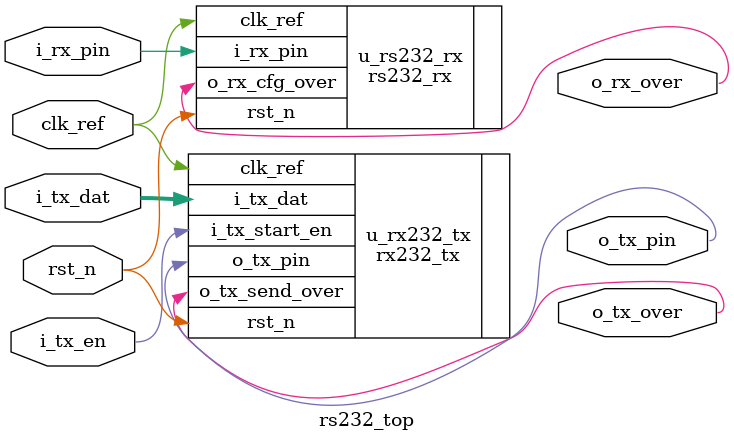
<source format=v>
`timescale 1ns / 1ps


module rs232_top(
//tx
   input                   clk_ref          ,
   input       [ 7:0]      i_tx_dat         ,
   output                  o_tx_pin         ,
   input                   rst_n            ,
   input                   i_tx_en          ,
   output                  o_tx_over        ,//
//rx
   output                  o_rx_over        ,//
   input                   i_rx_pin     
);


rs232_rx u_rs232_rx(
       .clk_ref          (clk_ref      ),
       .rst_n            (rst_n        ),
       .o_rx_cfg_over    (o_rx_over    ), 
       .i_rx_pin         (i_rx_pin     )
);

rx232_tx u_rx232_tx(
       .clk_ref          (clk_ref       ),
       .i_tx_dat         (i_tx_dat      ), 
       .o_tx_pin         (o_tx_pin      ),
       .rst_n            (rst_n         ),
       .i_tx_start_en    (i_tx_en       ),
       .o_tx_send_over   (o_tx_over     )
);
endmodule

</source>
